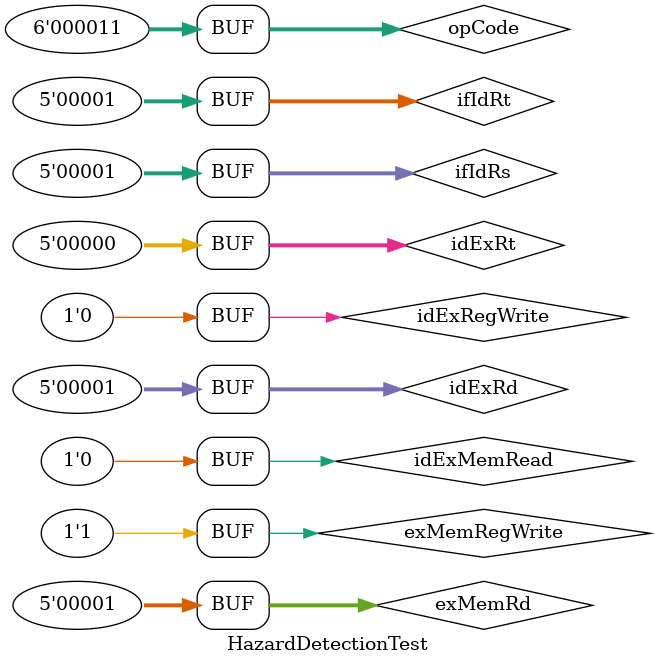
<source format=v>
`timescale 1ns / 1ps


module HazardDetectionTest;

	// Inputs
	reg idExMemRead;
	reg idExRegWrite;
	reg exMemRegWrite;
	reg [4:0] idExRt;
	reg [4:0] idExRd;
	reg [4:0] ifIdRs;
	reg [4:0] ifIdRt;
	reg [4:0] exMemRd;
	reg [5:0] opCode;

	// Outputs
	wire pcWrite;
	wire ifIdWrite;
	wire bubbleInstruction;

	// Instantiate the Unit Under Test (UUT)
	HazardDetection uut (
		.idExMemRead, 
		.idExRegWrite,
		.exMemRegWrite,
		.idExRt,
		.idExRd,
		.ifIdRs, 
		.ifIdRt, 
		.exMemRd,
		.opCode,
		.pcWrite, 
		.ifIdWrite, 
		.bubbleInstruction
	);

	initial begin
		idExMemRead = 0;
		idExRt = 0;
		idExRd = 0;
		ifIdRs = 0;
		ifIdRt = 0;
		exMemRd = 0;
		opCode = 0;
		idExRegWrite = 0;
		exMemRegWrite = 0;
		
		#5 idExMemRead = 1;
		ifIdRs = 1;
		
		#5 ifIdRt = 1;
		ifIdRs = 0;
		
		#5 ifIdRs = 1;
		
		#5 idExMemRead = 0;
		idExRegWrite = 1;
		idExRd = 1;
		
		//Branch opCode
		#5 opCode = 6'b000011;
		
		#5 idExRegWrite = 0;
		exMemRegWrite = 1;
		exMemRd = 1;
	end
endmodule

</source>
